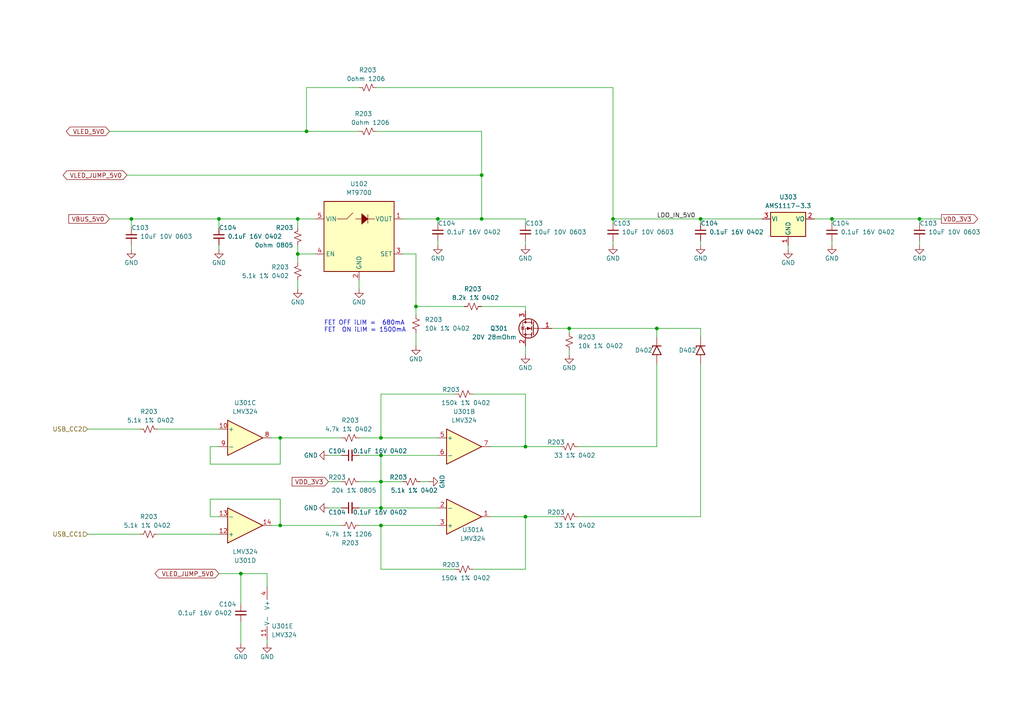
<source format=kicad_sch>
(kicad_sch (version 20230121) (generator eeschema)
  (paper "A4")
  (lib_symbols
    (symbol "Device:C_Small" (pin_numbers hide) (pin_names (offset 0.254) hide)
      (property "Reference" "C" (at 0.254 1.778 0))
      (property "Value" "C_Small" (at 0.254 -2.032 0))
      (symbol "C_Small_0_1"
        (polyline (pts (xy -1.524 -0.508) (xy 1.524 -0.508)) (stroke (width 0.3302)))
        (polyline (pts (xy -1.524 0.508) (xy 1.524 0.508)) (stroke (width 0.3048)))
      )
      (symbol "C_Small_1_1"
        (pin passive line (at 0 2.54 270) (length 2.032) (name "~") (number "1"))
        (pin passive line (at 0 -2.54 90) (length 2.032) (name "~") (number "2"))
      )
    )
    (symbol "Device:R_Small_US" (pin_numbers hide) (pin_names (offset 0.254) hide)
      (property "Reference" "R" (at 0.762 0.508 0))
      (property "Value" "R_Small_US" (at 0.762 -1.016 0))
      (symbol "R_Small_US_1_1"
        (polyline (pts (xy 0 0) (xy 1.016 -0.381) (xy 0 -0.762) (xy -1.016 -1.143) (xy 0 -1.524)))
        (polyline (pts (xy 0 1.524) (xy 1.016 1.143) (xy 0 0.762) (xy -1.016 0.381) (xy 0 0)))
        (pin passive line (at 0 2.54 270) (length 1.016) (name "~") (number "1"))
        (pin passive line (at 0 -2.54 90) (length 1.016) (name "~") (number "2"))
      )
    )
    (symbol "RK_Amplifier_Operational:LMV324" (pin_names (offset 0.127))
      (property "Reference" "U" (at 0 5.08 0))
      (property "Value" "LMV324" (at 0 -5.08 0))
      (symbol "LMV324_1_1"
        (polyline (pts (xy -5.08 5.08) (xy 5.08 0) (xy -5.08 -5.08) (xy -5.08 5.08)) (stroke (width 0.254)) (fill (type background)))
        (pin output line (at 7.62 0 180) (length 2.54) (name "~") (number "1"))
        (pin input line (at -7.62 -2.54 0) (length 2.54) (name "-") (number "2"))
        (pin input line (at -7.62 2.54 0) (length 2.54) (name "+") (number "3"))
      )
      (symbol "LMV324_2_1"
        (polyline (pts (xy -5.08 5.08) (xy 5.08 0) (xy -5.08 -5.08) (xy -5.08 5.08)) (stroke (width 0.254)) (fill (type background)))
        (pin input line (at -7.62 2.54 0) (length 2.54) (name "+") (number "5"))
        (pin input line (at -7.62 -2.54 0) (length 2.54) (name "-") (number "6"))
        (pin output line (at 7.62 0 180) (length 2.54) (name "~") (number "7"))
      )
      (symbol "LMV324_3_1"
        (polyline (pts (xy -5.08 5.08) (xy 5.08 0) (xy -5.08 -5.08) (xy -5.08 5.08)) (stroke (width 0.254)) (fill (type background)))
        (pin input line (at -7.62 2.54 0) (length 2.54) (name "+") (number "10"))
        (pin output line (at 7.62 0 180) (length 2.54) (name "~") (number "8"))
        (pin input line (at -7.62 -2.54 0) (length 2.54) (name "-") (number "9"))
      )
      (symbol "LMV324_4_1"
        (polyline (pts (xy -5.08 5.08) (xy 5.08 0) (xy -5.08 -5.08) (xy -5.08 5.08)) (stroke (width 0.254)) (fill (type background)))
        (pin input line (at -7.62 2.54 0) (length 2.54) (name "+") (number "12"))
        (pin input line (at -7.62 -2.54 0) (length 2.54) (name "-") (number "13"))
        (pin output line (at 7.62 0 180) (length 2.54) (name "~") (number "14"))
      )
      (symbol "LMV324_5_1"
        (pin power_in line (at -2.54 -7.62 90) (length 3.81) (name "V-") (number "11"))
        (pin power_in line (at -2.54 7.62 270) (length 3.81) (name "V+") (number "4"))
      )
    )
    (symbol "RK_Diodes:350mA 28V SOD-323" (pin_numbers hide) (pin_names (offset 1.016) hide)
      (property "Reference" "D" (at 0 2.54 0))
      (property "Value" "350mA 28V" (at 0 -2.54 0))
      (symbol "350mA 28V SOD-323_0_1"
        (polyline (pts (xy -0.762 1.27) (xy -1.27 1.27) (xy -1.27 -1.27)) (stroke (width 0.254)))
        (polyline (pts (xy 1.27 1.27) (xy 1.27 -1.27) (xy -1.27 0) (xy 1.27 1.27)) (stroke (width 0.254)))
      )
      (symbol "350mA 28V SOD-323_1_1"
        (pin passive line (at -3.81 0 0) (length 2.54) (name "A1") (number "1"))
        (pin passive line (at 3.81 0 180) (length 2.54) (name "A2") (number "2"))
      )
    )
    (symbol "RK_Power_Management:MT9700"
      (property "Reference" "U" (at -1.016 0 0))
      (property "Value" "MT9700" (at -3.81 -2.286 0))
      (symbol "MT9700_0_1"
        (rectangle (start -10.16 10.16) (end 10.16 -10.16) (stroke (width 0.254)) (fill (type background)))
        (polyline (pts (xy 2.54 6.35) (xy 2.54 3.81)))
        (polyline (pts (xy -6.35 5.08) (xy -3.556 5.08) (xy -1.778 6.858)))
        (polyline (pts (xy -1.016 5.08) (xy 1.524 5.08) (xy 4.572 5.08)))
        (polyline (pts (xy 0.762 5.08) (xy 0.762 6.604) (xy 2.54 5.08) (xy 0.762 3.556) (xy 0.762 5.08)) (fill (type outline)))
      )
      (symbol "MT9700_1_1"
        (pin power_out line (at 12.7 5.08 180) (length 2.54) (name "VOUT") (number "1"))
        (pin power_in line (at 0 -12.7 90) (length 2.54) (name "GND") (number "2"))
        (pin bidirectional line (at 12.7 -5.08 180) (length 2.54) (name "SET") (number "3"))
        (pin input line (at -12.7 -5.08 0) (length 2.54) (name "EN") (number "4"))
        (pin power_in line (at -12.7 5.08 0) (length 2.54) (name "VIN") (number "5"))
      )
    )
    (symbol "RK_Regulator_Linear:AMS1117-3.3" (pin_names (offset 0.254))
      (property "Reference" "U" (at -3.81 3.175 0))
      (property "Value" "AMS1117-3.3" (at 0 3.175 0))
      (symbol "AMS1117-3.3_0_1"
        (rectangle (start -5.08 1.905) (end 5.08 -5.08) (stroke (width 0.254)) (fill (type background)))
      )
      (symbol "AMS1117-3.3_1_1"
        (pin power_in line (at 0 -7.62 90) (length 2.54) (name "GND") (number "1"))
        (pin power_out line (at 7.62 0 180) (length 2.54) (name "VO") (number "2"))
        (pin power_in line (at -7.62 0 0) (length 2.54) (name "VI") (number "3"))
      )
    )
    (symbol "RK_Transistor_FET:20V 28mOhm N-CH SI2302" (pin_names hide)
      (property "Reference" "Q" (at 5.08 1.905 0))
      (property "Value" "20V 28mOhm" (at 5.08 0 0))
      (symbol "20V 28mOhm N-CH SI2302_0_1"
        (polyline (pts (xy 0.254 0) (xy -2.54 0)))
        (polyline (pts (xy 0.254 1.905) (xy 0.254 -1.905)) (stroke (width 0.254)))
        (polyline (pts (xy 0.762 -1.27) (xy 0.762 -2.286)) (stroke (width 0.254)))
        (polyline (pts (xy 0.762 0.508) (xy 0.762 -0.508)) (stroke (width 0.254)))
        (polyline (pts (xy 0.762 2.286) (xy 0.762 1.27)) (stroke (width 0.254)))
        (polyline (pts (xy 2.54 2.54) (xy 2.54 1.778)))
        (polyline (pts (xy 2.54 -2.54) (xy 2.54 0) (xy 0.762 0)))
        (polyline (pts (xy 0.762 -1.778) (xy 3.302 -1.778) (xy 3.302 1.778) (xy 0.762 1.778)))
        (polyline (pts (xy 1.016 0) (xy 2.032 0.381) (xy 2.032 -0.381) (xy 1.016 0)) (fill (type outline)))
        (polyline (pts (xy 2.794 0.508) (xy 2.921 0.381) (xy 3.683 0.381) (xy 3.81 0.254)))
        (polyline (pts (xy 3.302 0.381) (xy 2.921 -0.254) (xy 3.683 -0.254) (xy 3.302 0.381)))
        (circle (center 1.651 0) (radius 2.794) (stroke (width 0.254)))
        (circle (center 2.54 -1.778) (radius 0.254) (fill (type outline)))
        (circle (center 2.54 1.778) (radius 0.254) (fill (type outline)))
      )
      (symbol "20V 28mOhm N-CH SI2302_1_1"
        (pin input line (at -5.08 0 0) (length 2.54) (name "G") (number "1"))
        (pin passive line (at 2.54 -5.08 90) (length 2.54) (name "S") (number "2"))
        (pin passive line (at 2.54 5.08 270) (length 2.54) (name "D") (number "3"))
      )
    )
    (symbol "power:GND" (power) (pin_names (offset 0))
      (property "Value" "GND" (at 0 -3.81 0))
      (symbol "GND_0_1"
        (polyline (pts (xy 0 0) (xy 0 -1.27) (xy 1.27 -1.27) (xy 0 -2.54) (xy -1.27 -1.27) (xy 0 -1.27)))
      )
      (symbol "GND_1_1"
        (pin power_in line (at 0 0 270) (length 0) hide (name "GND") (number "1"))
      )
    )
  )
  (junction (at 110.49 152.4))
  (junction (at 69.85 166.37))
  (junction (at 241.3 63.5))
  (junction (at 190.5 95.25))
  (junction (at 203.2 63.5))
  (junction (at 110.49 127))
  (junction (at 110.49 147.32))
  (junction (at 38.1 63.5))
  (junction (at 81.28 152.4))
  (junction (at 86.36 63.5))
  (junction (at 110.49 132.08))
  (junction (at 165.1 95.25))
  (junction (at 120.65 88.9))
  (junction (at 86.36 73.66))
  (junction (at 139.7 50.8))
  (junction (at 152.4 149.86))
  (junction (at 177.8 63.5))
  (junction (at 266.7 63.5))
  (junction (at 110.49 139.7))
  (junction (at 81.28 127))
  (junction (at 139.7 63.5))
  (junction (at 152.4 129.54))
  (junction (at 127 63.5))
  (junction (at 63.5 63.5))
  (junction (at 88.9 38.1))
  (wire (pts (xy 104.14 147.32) (xy 110.49 147.32)))
  (wire (pts (xy 137.16 165.1) (xy 152.4 165.1)))
  (wire (pts (xy 139.7 88.9) (xy 152.4 88.9)))
  (wire (pts (xy 110.49 114.3) (xy 132.08 114.3)))
  (wire (pts (xy 177.8 63.5) (xy 177.8 64.77)))
  (wire (pts (xy 78.74 152.4) (xy 81.28 152.4)))
  (wire (pts (xy 228.6 71.12) (xy 228.6 72.39)))
  (wire (pts (xy 266.7 63.5) (xy 266.7 64.77)))
  (wire (pts (xy 241.3 69.85) (xy 241.3 71.12)))
  (wire (pts (xy 81.28 144.78) (xy 81.28 152.4)))
  (wire (pts (xy 86.36 81.28) (xy 86.36 83.82)))
  (wire (pts (xy 266.7 69.85) (xy 266.7 71.12)))
  (wire (pts (xy 121.92 139.7) (xy 124.46 139.7)))
  (wire (pts (xy 190.5 105.41) (xy 190.5 129.54)))
  (wire (pts (xy 203.2 63.5) (xy 220.98 63.5)))
  (wire (pts (xy 60.96 144.78) (xy 81.28 144.78)))
  (wire (pts (xy 86.36 73.66) (xy 86.36 76.2)))
  (wire (pts (xy 139.7 63.5) (xy 152.4 63.5)))
  (wire (pts (xy 110.49 139.7) (xy 110.49 147.32)))
  (wire (pts (xy 63.5 63.5) (xy 63.5 66.04)))
  (wire (pts (xy 86.36 63.5) (xy 91.44 63.5)))
  (wire (pts (xy 110.49 147.32) (xy 127 147.32)))
  (wire (pts (xy 110.49 165.1) (xy 132.08 165.1)))
  (wire (pts (xy 110.49 152.4) (xy 110.49 165.1)))
  (wire (pts (xy 110.49 132.08) (xy 110.49 139.7)))
  (wire (pts (xy 81.28 152.4) (xy 99.06 152.4)))
  (wire (pts (xy 86.36 73.66) (xy 91.44 73.66)))
  (wire (pts (xy 104.14 139.7) (xy 110.49 139.7)))
  (wire (pts (xy 88.9 25.4) (xy 88.9 38.1)))
  (wire (pts (xy 104.14 152.4) (xy 110.49 152.4)))
  (wire (pts (xy 120.65 73.66) (xy 120.65 88.9)))
  (wire (pts (xy 88.9 38.1) (xy 104.14 38.1)))
  (wire (pts (xy 165.1 101.6) (xy 165.1 102.87)))
  (wire (pts (xy 109.22 38.1) (xy 139.7 38.1)))
  (wire (pts (xy 266.7 63.5) (xy 273.05 63.5)))
  (wire (pts (xy 167.64 129.54) (xy 190.5 129.54)))
  (wire (pts (xy 127 63.5) (xy 139.7 63.5)))
  (wire (pts (xy 116.84 63.5) (xy 127 63.5)))
  (wire (pts (xy 45.72 124.46) (xy 63.5 124.46)))
  (wire (pts (xy 165.1 95.25) (xy 165.1 96.52)))
  (wire (pts (xy 109.22 25.4) (xy 177.8 25.4)))
  (wire (pts (xy 110.49 127) (xy 127 127)))
  (wire (pts (xy 190.5 95.25) (xy 190.5 97.79)))
  (wire (pts (xy 152.4 129.54) (xy 162.56 129.54)))
  (wire (pts (xy 69.85 180.34) (xy 69.85 186.69)))
  (wire (pts (xy 63.5 166.37) (xy 69.85 166.37)))
  (wire (pts (xy 139.7 38.1) (xy 139.7 50.8)))
  (wire (pts (xy 137.16 114.3) (xy 152.4 114.3)))
  (wire (pts (xy 60.96 129.54) (xy 60.96 134.62)))
  (wire (pts (xy 38.1 71.12) (xy 38.1 72.39)))
  (wire (pts (xy 77.47 166.37) (xy 77.47 170.18)))
  (wire (pts (xy 69.85 166.37) (xy 69.85 175.26)))
  (wire (pts (xy 120.65 88.9) (xy 134.62 88.9)))
  (wire (pts (xy 152.4 100.33) (xy 152.4 102.87)))
  (wire (pts (xy 167.64 149.86) (xy 203.2 149.86)))
  (wire (pts (xy 60.96 149.86) (xy 63.5 149.86)))
  (wire (pts (xy 104.14 81.28) (xy 104.14 83.82)))
  (wire (pts (xy 142.24 149.86) (xy 152.4 149.86)))
  (wire (pts (xy 110.49 152.4) (xy 127 152.4)))
  (wire (pts (xy 152.4 149.86) (xy 152.4 165.1)))
  (wire (pts (xy 116.84 73.66) (xy 120.65 73.66)))
  (wire (pts (xy 177.8 25.4) (xy 177.8 63.5)))
  (wire (pts (xy 127 63.5) (xy 127 64.77)))
  (wire (pts (xy 31.75 38.1) (xy 88.9 38.1)))
  (wire (pts (xy 203.2 95.25) (xy 203.2 97.79)))
  (wire (pts (xy 152.4 88.9) (xy 152.4 90.17)))
  (wire (pts (xy 95.25 139.7) (xy 99.06 139.7)))
  (wire (pts (xy 110.49 139.7) (xy 116.84 139.7)))
  (wire (pts (xy 25.4 124.46) (xy 40.64 124.46)))
  (wire (pts (xy 241.3 63.5) (xy 241.3 64.77)))
  (wire (pts (xy 38.1 66.04) (xy 38.1 63.5)))
  (wire (pts (xy 110.49 132.08) (xy 127 132.08)))
  (wire (pts (xy 110.49 114.3) (xy 110.49 127)))
  (wire (pts (xy 31.75 63.5) (xy 38.1 63.5)))
  (wire (pts (xy 177.8 63.5) (xy 203.2 63.5)))
  (wire (pts (xy 152.4 69.85) (xy 152.4 71.12)))
  (wire (pts (xy 38.1 63.5) (xy 63.5 63.5)))
  (wire (pts (xy 104.14 127) (xy 110.49 127)))
  (wire (pts (xy 60.96 134.62) (xy 81.28 134.62)))
  (wire (pts (xy 95.25 132.08) (xy 99.06 132.08)))
  (wire (pts (xy 63.5 63.5) (xy 86.36 63.5)))
  (wire (pts (xy 25.4 154.94) (xy 40.64 154.94)))
  (wire (pts (xy 78.74 127) (xy 81.28 127)))
  (wire (pts (xy 190.5 95.25) (xy 203.2 95.25)))
  (wire (pts (xy 69.85 166.37) (xy 77.47 166.37)))
  (wire (pts (xy 165.1 95.25) (xy 190.5 95.25)))
  (wire (pts (xy 241.3 63.5) (xy 266.7 63.5)))
  (wire (pts (xy 236.22 63.5) (xy 241.3 63.5)))
  (wire (pts (xy 120.65 96.52) (xy 120.65 100.33)))
  (wire (pts (xy 45.72 154.94) (xy 63.5 154.94)))
  (wire (pts (xy 203.2 105.41) (xy 203.2 149.86)))
  (wire (pts (xy 160.02 95.25) (xy 165.1 95.25)))
  (wire (pts (xy 60.96 144.78) (xy 60.96 149.86)))
  (wire (pts (xy 127 69.85) (xy 127 71.12)))
  (wire (pts (xy 95.25 147.32) (xy 99.06 147.32)))
  (wire (pts (xy 60.96 129.54) (xy 63.5 129.54)))
  (wire (pts (xy 152.4 114.3) (xy 152.4 129.54)))
  (wire (pts (xy 142.24 129.54) (xy 152.4 129.54)))
  (wire (pts (xy 203.2 69.85) (xy 203.2 71.12)))
  (wire (pts (xy 86.36 71.12) (xy 86.36 73.66)))
  (wire (pts (xy 63.5 71.12) (xy 63.5 72.39)))
  (wire (pts (xy 120.65 88.9) (xy 120.65 91.44)))
  (wire (pts (xy 86.36 63.5) (xy 86.36 66.04)))
  (wire (pts (xy 152.4 149.86) (xy 162.56 149.86)))
  (wire (pts (xy 139.7 50.8) (xy 139.7 63.5)))
  (wire (pts (xy 88.9 25.4) (xy 104.14 25.4)))
  (wire (pts (xy 81.28 127) (xy 99.06 127)))
  (wire (pts (xy 36.83 50.8) (xy 139.7 50.8)))
  (wire (pts (xy 81.28 127) (xy 81.28 134.62)))
  (wire (pts (xy 77.47 185.42) (xy 77.47 186.69)))
  (wire (pts (xy 177.8 69.85) (xy 177.8 71.12)))
  (wire (pts (xy 152.4 63.5) (xy 152.4 64.77)))
  (wire (pts (xy 104.14 132.08) (xy 110.49 132.08)))
  (wire (pts (xy 203.2 63.5) (xy 203.2 64.77)))
  (text "FET OFF iLIM =  680mA\nFET  ON iLIM = 1500mA " (at 93.98 96.52 0) (effects (font (size 1.27 1.27)) (justify left bottom)))
  (label "LDO_IN_5V0" (at 190.5 63.5 0))
  (global_label "VLED_5V0" (shape bidirectional) (at 31.75 38.1 180) (property "Intersheetrefs" "${INTERSHEET_REFS}" (effects hide)))
  (global_label "VLED_JUMP_5V0" (shape bidirectional) (at 63.5 166.37 180) (property "Intersheetrefs" "${INTERSHEET_REFS}" (effects hide)))
  (global_label "VDD_3V3" (shape output) (at 273.05 63.5 0) (property "Intersheetrefs" "${INTERSHEET_REFS}" (effects hide)))
  (global_label "VDD_3V3" (shape input) (at 95.25 139.7 180) (property "Intersheetrefs" "${INTERSHEET_REFS}" (effects hide)))
  (global_label "VLED_JUMP_5V0" (shape bidirectional) (at 36.83 50.8 180) (property "Intersheetrefs" "${INTERSHEET_REFS}" (effects hide)))
  (global_label "VBUS_5V0" (shape input) (at 31.75 63.5 180) (property "Intersheetrefs" "${INTERSHEET_REFS}" (effects hide)))
  (hierarchical_label "USB_CC2" (shape input) (at 25.4 124.46 180))
  (hierarchical_label "USB_CC1" (shape input) (at 25.4 154.94 180))
  (symbol (lib_id "power:GND") (at 77.47 186.69 0) (unit 1)
    (property "Reference" "#PWR0109" (effects hide))
    (property "Value" "GND" (at 77.47 190.5 0))
    (instances (project "Sleigh_Controller_Ornament_2023" (path "" (reference "#PWR0109") (unit 1)) (path "" (reference "#PWR0304") (unit 1))))
  )
  (symbol (lib_id "RK_Diodes:350mA 28V SOD-323") (at 190.5 101.6 90) (mirror x) (unit 1)
    (property "Reference" "D402" (at 184.15 101.6 90) (effects (justify right)))
    (property "Value" "350mA 28V" (effects hide))
    (property "Footprint" "Diode_SMD:D_SOD-323" (effects hide))
    (property "Datasheet" "https://datasheet.lcsc.com/lcsc/2308281515_hongjiacheng-SD103AWS_C7420360.pdf" (effects hide))
    (property "JLC_Cost" "0.0065" (effects hide))
    (property "JLC_Manufacturer" "hongjiacheng" (effects hide))
    (property "JLC_PN" "C7420360" (effects hide))
    (property "JLC_Type" "Basic" (effects hide))
    (property "JLC_MPN" "SD103AWS" (effects hide))
    (instances (project "Sleigh_Controller_Ornament_2023" (path "" (reference "D402") (unit 1)) (path "" (reference "D301") (unit 1))))
  )
  (symbol (lib_id "power:GND") (at 86.36 83.82 0) (unit 1)
    (property "Reference" "#PWR0109" (effects hide))
    (property "Value" "GND" (at 86.36 87.63 0))
    (instances (project "Sleigh_Controller_Ornament_2023" (path "" (reference "#PWR0109") (unit 1)) (path "" (reference "#PWR0305") (unit 1))))
  )
  (symbol (lib_id "Device:R_Small_US") (at 101.6 127 270) (mirror x) (unit 1)
    (property "Reference" "R203" (at 104.14 121.92 90) (effects (justify right)))
    (property "Value" "4.7k 1% 0402" (at 107.95 124.46 90) (effects (justify right)))
    (property "Footprint" "Resistor_SMD:R_0402_1005Metric" (effects hide))
    (property "JLC_Cost" "0.0005" (effects hide))
    (property "JLC_Manufacturer" "UNI-ROYAL(Uniroyal Elec)" (effects hide))
    (property "JLC_PN" "C25900" (effects hide))
    (property "JLC_Type" "Basic" (effects hide))
    (property "JLC_MPN" "0402WGF4701TCE" (effects hide))
    (instances (project "Sleigh_Controller_Ornament_2023" (path "" (reference "R203") (unit 1)) (path "" (reference "R305") (unit 1))))
  )
  (symbol (lib_id "power:GND") (at 241.3 71.12 0) (unit 1)
    (property "Reference" "#PWR0109" (effects hide))
    (property "Value" "GND" (at 241.3 74.93 0))
    (instances (project "Sleigh_Controller_Ornament_2023" (path "" (reference "#PWR0109") (unit 1)) (path "" (reference "#PWR0320") (unit 1))))
  )
  (symbol (lib_id "power:GND") (at 95.25 147.32 270) (unit 1)
    (property "Reference" "#PWR0109" (effects hide))
    (property "Value" "GND" (at 90.17 147.32 90))
    (instances (project "Sleigh_Controller_Ornament_2023" (path "" (reference "#PWR0109") (unit 1)) (path "" (reference "#PWR0308") (unit 1))))
  )
  (symbol (lib_id "RK_Power_Management:MT9700") (at 104.14 68.58 0) (unit 1)
    (property "Reference" "U102" (at 104.14 53.34 0))
    (property "Value" "MT9700" (at 104.14 55.88 0))
    (property "Footprint" "Package_TO_SOT_SMD:SOT-23-5" (effects hide))
    (property "Datasheet" "https://datasheet.lcsc.com/lcsc/1809291208_XI-AN-Aerosemi-Tech-MT9700_C89855.pdf" (effects hide))
    (property "JLC_Cost" "0.0476" (effects hide))
    (property "JLC_Manufacturer" "XI'AN Aerosemi Tech" (effects hide))
    (property "JLC_PN" "C89855" (effects hide))
    (property "JLC_Type" "Extended" (effects hide))
    (property "JLC_MPN" "MT9700" (effects hide))
    (instances (project "Sleigh_Controller_Ornament_2023" (path "" (reference "U102") (unit 1)) (path "" (reference "U302") (unit 1))))
  )
  (symbol (lib_id "RK_Amplifier_Operational:LMV324") (at 134.62 149.86 0) (mirror x) (unit 1)
    (property "Reference" "U301" (at 137.16 153.67 0))
    (property "Value" "LMV324" (at 137.16 156.21 0))
    (property "Footprint" "Package_SO:SO-14_3.9x8.65mm_P1.27mm" (effects hide))
    (property "Datasheet" "https://datasheet.lcsc.com/lcsc/1809051220_STMicroelectronics-LM324DT_C71035.pdf" (effects hide))
    (property "JLC_Cost" "0.1630" (effects hide))
    (property "JLC_Manufacturer" "STMicroelectronics" (effects hide))
    (property "JLC_PN" "C71035" (effects hide))
    (property "JLC_Type" "Basic" (effects hide))
    (property "JLC_MPN" "LM324DT" (effects hide))
  )
  (symbol (lib_id "Device:R_Small_US") (at 106.68 25.4 270) (mirror x) (unit 1)
    (property "Reference" "R203" (at 109.22 20.32 90) (effects (justify right)))
    (property "Value" "0ohm 1206" (at 111.76 22.86 90) (effects (justify right)))
    (property "Footprint" "Resistor_SMD:R_1206_3216Metric" (effects hide))
    (property "JLC_Cost" "0.0029" (effects hide))
    (property "JLC_Manufacturer" "UNI-ROYAL(Uniroyal Elec)" (effects hide))
    (property "JLC_PN" "C17888" (effects hide))
    (property "JLC_Type" "Basic" (effects hide))
    (property "JLC_MPN" "1206W4F0000T5E" (effects hide))
    (instances (project "Sleigh_Controller_Ornament_2023" (path "" (reference "R203") (unit 1)) (path "" (reference "R314") (unit 1))))
  )
  (symbol (lib_id "power:GND") (at 165.1 102.87 0) (unit 1)
    (property "Reference" "#PWR0109" (effects hide))
    (property "Value" "GND" (at 165.1 106.68 0))
    (instances (project "Sleigh_Controller_Ornament_2023" (path "" (reference "#PWR0109") (unit 1)) (path "" (reference "#PWR0316") (unit 1))))
  )
  (symbol (lib_id "RK_Amplifier_Operational:LMV324") (at 134.62 129.54 0) (unit 2)
    (property "Reference" "U301" (at 134.62 119.38 0))
    (property "Value" "LMV324" (at 134.62 121.92 0))
    (property "Footprint" "Package_SO:SO-14_3.9x8.65mm_P1.27mm" (effects hide))
    (property "Datasheet" "https://datasheet.lcsc.com/lcsc/1809051220_STMicroelectronics-LM324DT_C71035.pdf" (effects hide))
    (property "JLC_Cost" "0.1630" (effects hide))
    (property "JLC_Manufacturer" "STMicroelectronics" (effects hide))
    (property "JLC_PN" "C71035" (effects hide))
    (property "JLC_Type" "Basic" (effects hide))
    (property "JLC_MPN" "LM324DT" (effects hide))
  )
  (symbol (lib_id "power:GND") (at 152.4 102.87 0) (unit 1)
    (property "Reference" "#PWR0109" (effects hide))
    (property "Value" "GND" (at 152.4 106.68 0))
    (instances (project "Sleigh_Controller_Ornament_2023" (path "" (reference "#PWR0109") (unit 1)) (path "" (reference "#PWR0315") (unit 1))))
  )
  (symbol (lib_id "power:GND") (at 152.4 71.12 0) (unit 1)
    (property "Reference" "#PWR0109" (effects hide))
    (property "Value" "GND" (at 152.4 74.93 0))
    (instances (project "Sleigh_Controller_Ornament_2023" (path "" (reference "#PWR0109") (unit 1)) (path "" (reference "#PWR0314") (unit 1))))
  )
  (symbol (lib_id "power:GND") (at 266.7 71.12 0) (unit 1)
    (property "Reference" "#PWR0109" (effects hide))
    (property "Value" "GND" (at 266.7 74.93 0))
    (instances (project "Sleigh_Controller_Ornament_2023" (path "" (reference "#PWR0109") (unit 1)) (path "" (reference "#PWR0321") (unit 1))))
  )
  (symbol (lib_id "Device:R_Small_US") (at 86.36 78.74 0) (mirror x) (unit 1)
    (property "Reference" "R203" (at 83.82 77.47 0) (effects (justify right)))
    (property "Value" "5.1k 1% 0402" (at 83.82 80.01 0) (effects (justify right)))
    (property "Footprint" "Resistor_SMD:R_0402_1005Metric" (effects hide))
    (property "JLC_Cost" "0.0005" (effects hide))
    (property "JLC_Manufacturer" "UNI-ROYAL(Uniroyal Elec)" (effects hide))
    (property "JLC_PN" "C25905" (effects hide))
    (property "JLC_Type" "Basic" (effects hide))
    (property "JLC_MPN" "0402WGF5101TCE" (effects hide))
    (instances (project "Sleigh_Controller_Ornament_2023" (path "" (reference "R203") (unit 1)) (path "" (reference "R304") (unit 1))))
  )
  (symbol (lib_id "power:GND") (at 63.5 72.39 0) (unit 1)
    (property "Reference" "#PWR0113" (effects hide))
    (property "Value" "GND" (at 63.5 76.2 0))
    (instances (project "Sleigh_Controller_Ornament_2023" (path "" (reference "#PWR0113") (unit 1)) (path "" (reference "#PWR0302") (unit 1))))
  )
  (symbol (lib_id "Device:R_Small_US") (at 43.18 124.46 90) (mirror x) (unit 1)
    (property "Reference" "R203" (at 40.64 119.38 90) (effects (justify right)))
    (property "Value" "5.1k 1% 0402" (at 36.83 121.92 90) (effects (justify right)))
    (property "Footprint" "Resistor_SMD:R_0402_1005Metric" (effects hide))
    (property "JLC_Cost" "0.0005" (effects hide))
    (property "JLC_Manufacturer" "UNI-ROYAL(Uniroyal Elec)" (effects hide))
    (property "JLC_PN" "C25905" (effects hide))
    (property "JLC_Type" "Basic" (effects hide))
    (property "JLC_MPN" "0402WGF5101TCE" (effects hide))
    (instances (project "Sleigh_Controller_Ornament_2023" (path "" (reference "R203") (unit 1)) (path "" (reference "R301") (unit 1))))
  )
  (symbol (lib_id "Device:R_Small_US") (at 137.16 88.9 270) (unit 1)
    (property "Reference" "R203" (at 139.7 83.82 90) (effects (justify right)))
    (property "Value" "8.2k 1% 0402" (at 144.78 86.36 90) (effects (justify right)))
    (property "Footprint" "Resistor_SMD:R_0402_1005Metric" (effects hide))
    (property "JLC_Cost" "0.0005" (effects hide))
    (property "JLC_Manufacturer" "UNI-ROYAL(Uniroyal Elec)" (effects hide))
    (property "JLC_PN" "C25924" (effects hide))
    (property "JLC_Type" "Basic" (effects hide))
    (property "JLC_MPN" "0402WGF8201TCE" (effects hide))
    (instances (project "Sleigh_Controller_Ornament_2023" (path "" (reference "R203") (unit 1)) (path "" (reference "R312") (unit 1))))
  )
  (symbol (lib_id "power:GND") (at 38.1 72.39 0) (unit 1)
    (property "Reference" "#PWR0112" (effects hide))
    (property "Value" "GND" (at 38.1 76.2 0))
    (instances (project "Sleigh_Controller_Ornament_2023" (path "" (reference "#PWR0112") (unit 1)) (path "" (reference "#PWR0301") (unit 1))))
  )
  (symbol (lib_id "power:GND") (at 177.8 71.12 0) (unit 1)
    (property "Reference" "#PWR0109" (effects hide))
    (property "Value" "GND" (at 177.8 74.93 0))
    (instances (project "Sleigh_Controller_Ornament_2023" (path "" (reference "#PWR0109") (unit 1)) (path "" (reference "#PWR0317") (unit 1))))
  )
  (symbol (lib_id "power:GND") (at 69.85 186.69 0) (unit 1)
    (property "Reference" "#PWR0109" (effects hide))
    (property "Value" "GND" (at 69.85 190.5 0))
    (instances (project "Sleigh_Controller_Ornament_2023" (path "" (reference "#PWR0109") (unit 1)) (path "" (reference "#PWR0303") (unit 1))))
  )
  (symbol (lib_id "Device:R_Small_US") (at 134.62 165.1 270) (mirror x) (unit 1)
    (property "Reference" "R203" (at 133.35 163.83 90) (effects (justify right)))
    (property "Value" "150k 1% 0402" (at 142.24 167.64 90) (effects (justify right)))
    (property "Footprint" "Resistor_SMD:R_0402_1005Metric" (effects hide))
    (property "JLC_Cost" "0.0004" (effects hide))
    (property "JLC_Manufacturer" "UNI-ROYAL(Uniroyal Elec)" (effects hide))
    (property "JLC_PN" "C25755" (effects hide))
    (property "JLC_Type" "Basic" (effects hide))
    (property "JLC_MPN" "0402WGF1503TCE" (effects hide))
    (instances (project "Sleigh_Controller_Ornament_2023" (path "" (reference "R203") (unit 1)) (path "" (reference "R311") (unit 1))))
  )
  (symbol (lib_id "Device:R_Small_US") (at 120.65 93.98 180) (unit 1)
    (property "Reference" "R203" (at 123.19 92.71 0) (effects (justify right)))
    (property "Value" "10k 1% 0402" (at 123.19 95.25 0) (effects (justify right)))
    (property "Footprint" "Resistor_SMD:R_0402_1005Metric" (effects hide))
    (property "JLC_Cost" "0.0004" (effects hide))
    (property "JLC_Manufacturer" "UNI-ROYAL(Uniroyal Elec)" (effects hide))
    (property "JLC_PN" "C25744" (effects hide))
    (property "JLC_Type" "Basic" (effects hide))
    (property "JLC_MPN" "0402WGF1002TCE" (effects hide))
    (instances (project "Sleigh_Controller_Ornament_2023" (path "" (reference "R203") (unit 1)) (path "" (reference "R309") (unit 1))))
  )
  (symbol (lib_id "power:GND") (at 127 71.12 0) (unit 1)
    (property "Reference" "#PWR0109" (effects hide))
    (property "Value" "GND" (at 127 74.93 0))
    (instances (project "Sleigh_Controller_Ornament_2023" (path "" (reference "#PWR0109") (unit 1)) (path "" (reference "#PWR0313") (unit 1))))
  )
  (symbol (lib_id "power:GND") (at 95.25 132.08 270) (unit 1)
    (property "Reference" "#PWR0109" (effects hide))
    (property "Value" "GND" (at 90.17 132.08 90))
    (instances (project "Sleigh_Controller_Ornament_2023" (path "" (reference "#PWR0109") (unit 1)) (path "" (reference "#PWR0307") (unit 1))))
  )
  (symbol (lib_id "Device:R_Small_US") (at 165.1 99.06 180) (unit 1)
    (property "Reference" "R203" (at 167.64 97.79 0) (effects (justify right)))
    (property "Value" "10k 1% 0402" (at 167.64 100.33 0) (effects (justify right)))
    (property "Footprint" "Resistor_SMD:R_0402_1005Metric" (effects hide))
    (property "JLC_Cost" "0.0004" (effects hide))
    (property "JLC_Manufacturer" "UNI-ROYAL(Uniroyal Elec)" (effects hide))
    (property "JLC_PN" "C25744" (effects hide))
    (property "JLC_Type" "Basic" (effects hide))
    (property "JLC_MPN" "0402WGF1002TCE" (effects hide))
    (instances (project "Sleigh_Controller_Ornament_2023" (path "" (reference "R203") (unit 1)) (path "" (reference "R315") (unit 1))))
  )
  (symbol (lib_id "power:GND") (at 228.6 72.39 0) (unit 1)
    (property "Reference" "#PWR0109" (effects hide))
    (property "Value" "GND" (at 228.6 76.2 0))
    (instances (project "Sleigh_Controller_Ornament_2023" (path "" (reference "#PWR0109") (unit 1)) (path "" (reference "#PWR0319") (unit 1))))
  )
  (symbol (lib_id "Device:C_Small") (at 241.3 67.31 0) (unit 1)
    (property "Reference" "C104" (at 241.3 64.77 0) (effects (justify left)))
    (property "Value" "0.1uF 16V 0402" (at 243.84 67.31 0) (effects (justify left)))
    (property "Footprint" "Capacitor_SMD:C_0402_1005Metric" (effects hide))
    (property "JLC_Cost" "0.0009" (effects hide))
    (property "JLC_Manufacturer" "Samsung Electro-Mechanics" (effects hide))
    (property "JLC_PN" "C1525" (effects hide))
    (property "JLC_Type" "Basic" (effects hide))
    (property "JLC_MPN" "CL05B104KO5NNNC" (effects hide))
    (instances (project "Sleigh_Controller_Ornament_2023" (path "" (reference "C104") (unit 1)) (path "" (reference "C312") (unit 1))))
  )
  (symbol (lib_id "power:GND") (at 203.2 71.12 0) (unit 1)
    (property "Reference" "#PWR0109" (effects hide))
    (property "Value" "GND" (at 203.2 74.93 0))
    (instances (project "Sleigh_Controller_Ornament_2023" (path "" (reference "#PWR0109") (unit 1)) (path "" (reference "#PWR0318") (unit 1))))
  )
  (symbol (lib_id "power:GND") (at 124.46 139.7 90) (unit 1)
    (property "Reference" "#PWR0109" (effects hide))
    (property "Value" "GND" (at 128.27 139.7 0))
    (instances (project "Sleigh_Controller_Ornament_2023" (path "" (reference "#PWR0109") (unit 1)) (path "" (reference "#PWR0312") (unit 1))))
  )
  (symbol (lib_id "RK_Diodes:350mA 28V SOD-323") (at 203.2 101.6 90) (mirror x) (unit 1)
    (property "Reference" "D402" (at 196.85 101.6 90) (effects (justify right)))
    (property "Value" "350mA 28V" (effects hide))
    (property "Footprint" "Diode_SMD:D_SOD-323" (effects hide))
    (property "Datasheet" "https://datasheet.lcsc.com/lcsc/2308281515_hongjiacheng-SD103AWS_C7420360.pdf" (effects hide))
    (property "JLC_Cost" "0.0065" (effects hide))
    (property "JLC_Manufacturer" "hongjiacheng" (effects hide))
    (property "JLC_PN" "C7420360" (effects hide))
    (property "JLC_Type" "Basic" (effects hide))
    (property "JLC_MPN" "SD103AWS" (effects hide))
    (instances (project "Sleigh_Controller_Ornament_2023" (path "" (reference "D402") (unit 1)) (path "" (reference "D302") (unit 1))))
  )
  (symbol (lib_id "Device:R_Small_US") (at 101.6 152.4 270) (unit 1)
    (property "Reference" "R203" (at 104.14 157.48 90) (effects (justify right)))
    (property "Value" "4.7k 1% 1206" (at 107.95 154.94 90) (effects (justify right)))
    (property "Footprint" "Resistor_SMD:R_1206_3216Metric" (effects hide))
    (property "JLC_Cost" "0.0027" (effects hide))
    (property "JLC_Manufacturer" "UNI-ROYAL(Uniroyal Elec)" (effects hide))
    (property "JLC_PN" "C17936" (effects hide))
    (property "JLC_Type" "Basic" (effects hide))
    (property "JLC_MPN" "1206W4F4701T5E" (effects hide))
    (instances (project "Sleigh_Controller_Ornament_2023" (path "" (reference "R203") (unit 1)) (path "" (reference "R307") (unit 1))))
  )
  (symbol (lib_id "Device:R_Small_US") (at 165.1 149.86 270) (mirror x) (unit 1)
    (property "Reference" "R203" (at 163.83 148.59 90) (effects (justify right)))
    (property "Value" "33 1% 0402" (at 172.72 152.4 90) (effects (justify right)))
    (property "Footprint" "Resistor_SMD:R_0402_1005Metric" (effects hide))
    (property "JLC_Cost" "0.0004" (effects hide))
    (property "JLC_Manufacturer" "UNI-ROYAL(Uniroyal Elec)" (effects hide))
    (property "JLC_PN" "C25105" (effects hide))
    (property "JLC_Type" "Basic" (effects hide))
    (property "JLC_MPN" "0402WGF330JTCE" (effects hide))
    (instances (project "Sleigh_Controller_Ornament_2023" (path "" (reference "R203") (unit 1)) (path "" (reference "R317") (unit 1))))
  )
  (symbol (lib_id "RK_Amplifier_Operational:LMV324") (at 71.12 127 0) (unit 3)
    (property "Reference" "U301" (at 71.12 116.84 0))
    (property "Value" "LMV324" (at 71.12 119.38 0))
    (property "Footprint" "Package_SO:SO-14_3.9x8.65mm_P1.27mm" (effects hide))
    (property "Datasheet" "https://datasheet.lcsc.com/lcsc/1809051220_STMicroelectronics-LM324DT_C71035.pdf" (effects hide))
    (property "JLC_Cost" "0.1630" (effects hide))
    (property "JLC_Manufacturer" "STMicroelectronics" (effects hide))
    (property "JLC_PN" "C71035" (effects hide))
    (property "JLC_Type" "Basic" (effects hide))
    (property "JLC_MPN" "LM324DT" (effects hide))
  )
  (symbol (lib_id "power:GND") (at 120.65 100.33 0) (unit 1)
    (property "Reference" "#PWR0109" (effects hide))
    (property "Value" "GND" (at 120.65 104.14 0))
    (instances (project "Sleigh_Controller_Ornament_2023" (path "" (reference "#PWR0109") (unit 1)) (path "" (reference "#PWR0311") (unit 1))))
  )
  (symbol (lib_id "Device:C_Small") (at 203.2 67.31 0) (unit 1)
    (property "Reference" "C104" (at 203.2 64.77 0) (effects (justify left)))
    (property "Value" "0.1uF 16V 0402" (at 205.74 67.31 0) (effects (justify left)))
    (property "Footprint" "Capacitor_SMD:C_0402_1005Metric" (effects hide))
    (property "JLC_Cost" "0.0009" (effects hide))
    (property "JLC_Manufacturer" "Samsung Electro-Mechanics" (effects hide))
    (property "JLC_PN" "C1525" (effects hide))
    (property "JLC_Type" "Basic" (effects hide))
    (property "JLC_MPN" "CL05B104KO5NNNC" (effects hide))
    (instances (project "Sleigh_Controller_Ornament_2023" (path "" (reference "C104") (unit 1)) (path "" (reference "C311") (unit 1))))
  )
  (symbol (lib_id "Device:C_Small") (at 152.4 67.31 0) (unit 1)
    (property "Reference" "C103" (at 152.4 64.77 0) (effects (justify left)))
    (property "Value" "10uF 10V 0603" (at 154.94 67.31 0) (effects (justify left)))
    (property "Footprint" "Capacitor_SMD:C_0603_1608Metric" (effects hide))
    (property "JLC_Cost" "0.005" (effects hide))
    (property "JLC_Manufacturer" "Samsung Electro-Mechanics" (effects hide))
    (property "JLC_PN" "C19702" (effects hide))
    (property "JLC_Type" "Basic" (effects hide))
    (property "JLC_MPN" "CL10A106KP8NNNC" (effects hide))
    (instances (project "Sleigh_Controller_Ornament_2023" (path "" (reference "C103") (unit 1)) (path "" (reference "C309") (unit 1))))
  )
  (symbol (lib_id "power:GND") (at 104.14 83.82 0) (unit 1)
    (property "Reference" "#PWR0109" (effects hide))
    (property "Value" "GND" (at 104.14 87.63 0))
    (instances (project "Sleigh_Controller_Ornament_2023" (path "" (reference "#PWR0109") (unit 1)) (path "" (reference "#PWR0310") (unit 1))))
  )
  (symbol (lib_id "Device:C_Small") (at 101.6 147.32 90) (mirror x) (unit 1)
    (property "Reference" "C104" (at 100.33 148.59 90) (effects (justify left)))
    (property "Value" "0.1uF 16V 0402" (at 118.11 148.59 90) (effects (justify left)))
    (property "Footprint" "Capacitor_SMD:C_0402_1005Metric" (effects hide))
    (property "JLC_Cost" "0.0009" (effects hide))
    (property "JLC_Manufacturer" "Samsung Electro-Mechanics" (effects hide))
    (property "JLC_PN" "C1525" (effects hide))
    (property "JLC_Type" "Basic" (effects hide))
    (property "JLC_MPN" "CL05B104KO5NNNC" (effects hide))
    (instances (project "Sleigh_Controller_Ornament_2023" (path "" (reference "C104") (unit 1)) (path "" (reference "C306") (unit 1))))
  )
  (symbol (lib_id "Device:R_Small_US") (at 43.18 154.94 270) (unit 1)
    (property "Reference" "R203" (at 45.72 149.86 90) (effects (justify right)))
    (property "Value" "5.1k 1% 0402" (at 49.53 152.4 90) (effects (justify right)))
    (property "Footprint" "Resistor_SMD:R_0402_1005Metric" (effects hide))
    (property "JLC_Cost" "0.0005" (effects hide))
    (property "JLC_Manufacturer" "UNI-ROYAL(Uniroyal Elec)" (effects hide))
    (property "JLC_PN" "C25905" (effects hide))
    (property "JLC_Type" "Basic" (effects hide))
    (property "JLC_MPN" "0402WGF5101TCE" (effects hide))
    (instances (project "Sleigh_Controller_Ornament_2023" (path "" (reference "R203") (unit 1)) (path "" (reference "R302") (unit 1))))
  )
  (symbol (lib_id "Device:R_Small_US") (at 134.62 114.3 270) (mirror x) (unit 1)
    (property "Reference" "R203" (at 133.35 113.03 90) (effects (justify right)))
    (property "Value" "150k 1% 0402" (at 142.24 116.84 90) (effects (justify right)))
    (property "Footprint" "Resistor_SMD:R_0402_1005Metric" (effects hide))
    (property "JLC_Cost" "0.0004" (effects hide))
    (property "JLC_Manufacturer" "UNI-ROYAL(Uniroyal Elec)" (effects hide))
    (property "JLC_PN" "C25755" (effects hide))
    (property "JLC_Type" "Basic" (effects hide))
    (property "JLC_MPN" "0402WGF1503TCE" (effects hide))
    (instances (project "Sleigh_Controller_Ornament_2023" (path "" (reference "R203") (unit 1)) (path "" (reference "R310") (unit 1))))
  )
  (symbol (lib_id "RK_Regulator_Linear:AMS1117-3.3") (at 228.6 63.5 0) (unit 1)
    (property "Reference" "U303" (at 228.6 57.15 0))
    (property "Value" "AMS1117-3.3" (at 228.6 59.69 0))
    (property "Footprint" "Package_TO_SOT_SMD:SOT-223-3_TabPin2" (effects hide))
    (property "Datasheet" "http://www.advanced-monolithic.com/pdf/ds1117.pdf" (effects hide))
    (property "JLC_Cost" "0.1312" (effects hide))
    (property "JLC_Manufacturer" "Advanced Monolithic Systems" (effects hide))
    (property "JLC_PN" "C6186" (effects hide))
    (property "JLC_Type" "Basic" (effects hide))
  )
  (symbol (lib_id "Device:R_Small_US") (at 86.36 68.58 0) (mirror x) (unit 1)
    (property "Reference" "R203" (at 85.09 66.04 0) (effects (justify right)))
    (property "Value" "0ohm 0805" (at 85.09 71.12 0) (effects (justify right)))
    (property "Footprint" "Resistor_SMD:R_0805_2012Metric" (effects hide))
    (property "JLC_Cost" "0.0016" (effects hide))
    (property "JLC_Manufacturer" "UNI-ROYAL(Uniroyal Elec)" (effects hide))
    (property "JLC_PN" "C17477" (effects hide))
    (property "JLC_Type" "Basic" (effects hide))
    (property "JLC_MPN" "0805W8F0000T5E" (effects hide))
    (instances (project "Sleigh_Controller_Ornament_2023" (path "" (reference "R203") (unit 1)) (path "" (reference "R303") (unit 1))))
  )
  (symbol (lib_id "Device:C_Small") (at 127 67.31 0) (unit 1)
    (property "Reference" "C104" (at 127 64.77 0) (effects (justify left)))
    (property "Value" "0.1uF 16V 0402" (at 129.54 67.31 0) (effects (justify left)))
    (property "Footprint" "Capacitor_SMD:C_0402_1005Metric" (effects hide))
    (property "JLC_Cost" "0.0009" (effects hide))
    (property "JLC_Manufacturer" "Samsung Electro-Mechanics" (effects hide))
    (property "JLC_PN" "C1525" (effects hide))
    (property "JLC_Type" "Basic" (effects hide))
    (property "JLC_MPN" "CL05B104KO5NNNC" (effects hide))
    (instances (project "Sleigh_Controller_Ornament_2023" (path "" (reference "C104") (unit 1)) (path "" (reference "C308") (unit 1))))
  )
  (symbol (lib_id "Device:C_Small") (at 266.7 67.31 0) (unit 1)
    (property "Reference" "C103" (at 266.7 64.77 0) (effects (justify left)))
    (property "Value" "10uF 10V 0603" (at 269.24 67.31 0) (effects (justify left)))
    (property "Footprint" "Capacitor_SMD:C_0603_1608Metric" (effects hide))
    (property "JLC_Cost" "0.005" (effects hide))
    (property "JLC_Manufacturer" "Samsung Electro-Mechanics" (effects hide))
    (property "JLC_PN" "C19702" (effects hide))
    (property "JLC_Type" "Basic" (effects hide))
    (property "JLC_MPN" "CL10A106KP8NNNC" (effects hide))
    (instances (project "Sleigh_Controller_Ornament_2023" (path "" (reference "C103") (unit 1)) (path "" (reference "C313") (unit 1))))
  )
  (symbol (lib_id "RK_Amplifier_Operational:LMV324") (at 71.12 152.4 0) (mirror x) (unit 4)
    (property "Reference" "U301" (at 71.12 162.56 0))
    (property "Value" "LMV324" (at 71.12 160.02 0))
    (property "Footprint" "Package_SO:SO-14_3.9x8.65mm_P1.27mm" (effects hide))
    (property "Datasheet" "https://datasheet.lcsc.com/lcsc/1809051220_STMicroelectronics-LM324DT_C71035.pdf" (effects hide))
    (property "JLC_Cost" "0.1630" (effects hide))
    (property "JLC_Manufacturer" "STMicroelectronics" (effects hide))
    (property "JLC_PN" "C71035" (effects hide))
    (property "JLC_Type" "Basic" (effects hide))
    (property "JLC_MPN" "LM324DT" (effects hide))
  )
  (symbol (lib_id "Device:C_Small") (at 101.6 132.08 90) (mirror x) (unit 1)
    (property "Reference" "C104" (at 100.33 130.81 90) (effects (justify left)))
    (property "Value" "0.1uF 16V 0402" (at 118.11 130.81 90) (effects (justify left)))
    (property "Footprint" "Capacitor_SMD:C_0402_1005Metric" (effects hide))
    (property "JLC_Cost" "0.0009" (effects hide))
    (property "JLC_Manufacturer" "Samsung Electro-Mechanics" (effects hide))
    (property "JLC_PN" "C1525" (effects hide))
    (property "JLC_Type" "Basic" (effects hide))
    (property "JLC_MPN" "CL05B104KO5NNNC" (effects hide))
    (instances (project "Sleigh_Controller_Ornament_2023" (path "" (reference "C104") (unit 1)) (path "" (reference "C305") (unit 1))))
  )
  (symbol (lib_id "Device:C_Small") (at 177.8 67.31 0) (unit 1)
    (property "Reference" "C103" (at 177.8 64.77 0) (effects (justify left)))
    (property "Value" "10uF 10V 0603" (at 180.34 67.31 0) (effects (justify left)))
    (property "Footprint" "Capacitor_SMD:C_0603_1608Metric" (effects hide))
    (property "JLC_Cost" "0.005" (effects hide))
    (property "JLC_Manufacturer" "Samsung Electro-Mechanics" (effects hide))
    (property "JLC_PN" "C19702" (effects hide))
    (property "JLC_Type" "Basic" (effects hide))
    (property "JLC_MPN" "CL10A106KP8NNNC" (effects hide))
    (instances (project "Sleigh_Controller_Ornament_2023" (path "" (reference "C103") (unit 1)) (path "" (reference "C310") (unit 1))))
  )
  (symbol (lib_id "Device:C_Small") (at 63.5 68.58 0) (unit 1)
    (property "Reference" "C104" (at 63.5 66.04 0) (effects (justify left)))
    (property "Value" "0.1uF 16V 0402" (at 66.04 68.58 0) (effects (justify left)))
    (property "Footprint" "Capacitor_SMD:C_0402_1005Metric" (effects hide))
    (property "JLC_Cost" "0.0009" (effects hide))
    (property "JLC_Manufacturer" "Samsung Electro-Mechanics" (effects hide))
    (property "JLC_PN" "C1525" (effects hide))
    (property "JLC_Type" "Basic" (effects hide))
    (property "JLC_MPN" "CL05B104KO5NNNC" (effects hide))
    (instances (project "Sleigh_Controller_Ornament_2023" (path "" (reference "C104") (unit 1)) (path "" (reference "C302") (unit 1))))
  )
  (symbol (lib_id "Device:R_Small_US") (at 101.6 139.7 270) (mirror x) (unit 1)
    (property "Reference" "R203" (at 100.33 138.43 90) (effects (justify right)))
    (property "Value" "20k 1% 0805" (at 109.22 142.24 90) (effects (justify right)))
    (property "Footprint" "Resistor_SMD:R_0805_2012Metric" (effects hide))
    (property "JLC_Cost" "0.0016" (effects hide))
    (property "JLC_Manufacturer" "UNI-ROYAL(Uniroyal Elec)" (effects hide))
    (property "JLC_PN" "C4328" (effects hide))
    (property "JLC_Type" "Basic" (effects hide))
    (property "JLC_MPN" "0805W8F2002T5E" (effects hide))
    (instances (project "Sleigh_Controller_Ornament_2023" (path "" (reference "R203") (unit 1)) (path "" (reference "R306") (unit 1))))
  )
  (symbol (lib_id "RK_Transistor_FET:20V 28mOhm N-CH SI2302") (at 154.94 95.25 0) (mirror y) (unit 1)
    (property "Reference" "Q301" (at 147.32 95.25 0) (effects (justify left)))
    (property "Value" "20V 28mOhm" (at 149.86 97.79 0) (effects (justify left)))
    (property "Footprint" "Package_TO_SOT_SMD:SOT-23-3" (effects hide))
    (property "Datasheet" "https://datasheet.lcsc.com/lcsc/2308231035_MDD-Microdiode-Electronics--MDD2302_C427390.pdf" (effects hide))
    (property "JLC_Manufacturer" "MDD" (effects hide))
    (property "JLC_PN" "C427390" (effects hide))
    (property "JLC_Type" "Basic" (effects hide))
    (property "JLC_MPN" "MDD2302" (effects hide))
  )
  (symbol (lib_id "Device:R_Small_US") (at 106.68 38.1 270) (mirror x) (unit 1)
    (property "Reference" "R203" (at 107.95 33.02 90) (effects (justify right)))
    (property "Value" "0ohm 1206" (at 113.03 35.56 90) (effects (justify right)))
    (property "Footprint" "Resistor_SMD:R_1206_3216Metric" (effects hide))
    (property "JLC_Cost" "0.0029" (effects hide))
    (property "JLC_Manufacturer" "UNI-ROYAL(Uniroyal Elec)" (effects hide))
    (property "JLC_PN" "C17888" (effects hide))
    (property "JLC_Type" "Basic" (effects hide))
    (property "JLC_MPN" "1206W4F0000T5E" (effects hide))
    (instances (project "Sleigh_Controller_Ornament_2023" (path "" (reference "R203") (unit 1)) (path "" (reference "R313") (unit 1))))
  )
  (symbol (lib_id "Device:R_Small_US") (at 165.1 129.54 270) (mirror x) (unit 1)
    (property "Reference" "R203" (at 163.83 128.27 90) (effects (justify right)))
    (property "Value" "33 1% 0402" (at 172.72 132.08 90) (effects (justify right)))
    (property "Footprint" "Resistor_SMD:R_0402_1005Metric" (effects hide))
    (property "JLC_Cost" "0.0004" (effects hide))
    (property "JLC_Manufacturer" "UNI-ROYAL(Uniroyal Elec)" (effects hide))
    (property "JLC_PN" "C25105" (effects hide))
    (property "JLC_Type" "Basic" (effects hide))
    (property "JLC_MPN" "0402WGF330JTCE" (effects hide))
    (instances (project "Sleigh_Controller_Ornament_2023" (path "" (reference "R203") (unit 1)) (path "" (reference "R316") (unit 1))))
  )
  (symbol (lib_id "RK_Amplifier_Operational:LMV324") (at 80.01 177.8 0) (unit 5)
    (property "Reference" "U301" (at 78.74 181.61 0) (effects (justify left)))
    (property "Value" "LMV324" (at 78.74 184.15 0) (effects (justify left)))
    (property "Footprint" "Package_SO:SO-14_3.9x8.65mm_P1.27mm" (effects hide))
    (property "Datasheet" "https://datasheet.lcsc.com/lcsc/1809051220_STMicroelectronics-LM324DT_C71035.pdf" (effects hide))
    (property "JLC_Cost" "0.1630" (effects hide))
    (property "JLC_Manufacturer" "STMicroelectronics" (effects hide))
    (property "JLC_PN" "C71035" (effects hide))
    (property "JLC_Type" "Basic" (effects hide))
    (property "JLC_MPN" "LM324DT" (effects hide))
  )
  (symbol (lib_id "Device:R_Small_US") (at 119.38 139.7 270) (mirror x) (unit 1)
    (property "Reference" "R203" (at 118.11 138.43 90) (effects (justify right)))
    (property "Value" "5.1k 1% 0402" (at 127 142.24 90) (effects (justify right)))
    (property "Footprint" "Resistor_SMD:R_0402_1005Metric" (effects hide))
    (property "JLC_Cost" "0.0005" (effects hide))
    (property "JLC_Manufacturer" "UNI-ROYAL(Uniroyal Elec)" (effects hide))
    (property "JLC_PN" "C25905" (effects hide))
    (property "JLC_Type" "Basic" (effects hide))
    (property "JLC_MPN" "0402WGF5101TCE" (effects hide))
    (instances (project "Sleigh_Controller_Ornament_2023" (path "" (reference "R203") (unit 1)) (path "" (reference "R308") (unit 1))))
  )
  (symbol (lib_id "Device:C_Small") (at 69.85 177.8 0) (mirror y) (unit 1)
    (property "Reference" "C104" (at 68.58 175.26 0) (effects (justify left)))
    (property "Value" "0.1uF 16V 0402" (at 67.31 177.8 0) (effects (justify left)))
    (property "Footprint" "Capacitor_SMD:C_0402_1005Metric" (effects hide))
    (property "JLC_Cost" "0.0009" (effects hide))
    (property "JLC_Manufacturer" "Samsung Electro-Mechanics" (effects hide))
    (property "JLC_PN" "C1525" (effects hide))
    (property "JLC_Type" "Basic" (effects hide))
    (property "JLC_MPN" "CL05B104KO5NNNC" (effects hide))
    (instances (project "Sleigh_Controller_Ornament_2023" (path "" (reference "C104") (unit 1)) (path "" (reference "C303") (unit 1))))
  )
  (symbol (lib_id "Device:C_Small") (at 38.1 68.58 0) (unit 1)
    (property "Reference" "C103" (at 38.1 66.04 0) (effects (justify left)))
    (property "Value" "10uF 10V 0603" (at 40.64 68.58 0) (effects (justify left)))
    (property "Footprint" "Capacitor_SMD:C_0603_1608Metric" (effects hide))
    (property "JLC_Cost" "0.005" (effects hide))
    (property "JLC_Manufacturer" "Samsung Electro-Mechanics" (effects hide))
    (property "JLC_PN" "C19702" (effects hide))
    (property "JLC_Type" "Basic" (effects hide))
    (property "JLC_MPN" "CL10A106KP8NNNC" (effects hide))
    (instances (project "Sleigh_Controller_Ornament_2023" (path "" (reference "C103") (unit 1)) (path "" (reference "C301") (unit 1))))
  )
)
</source>
